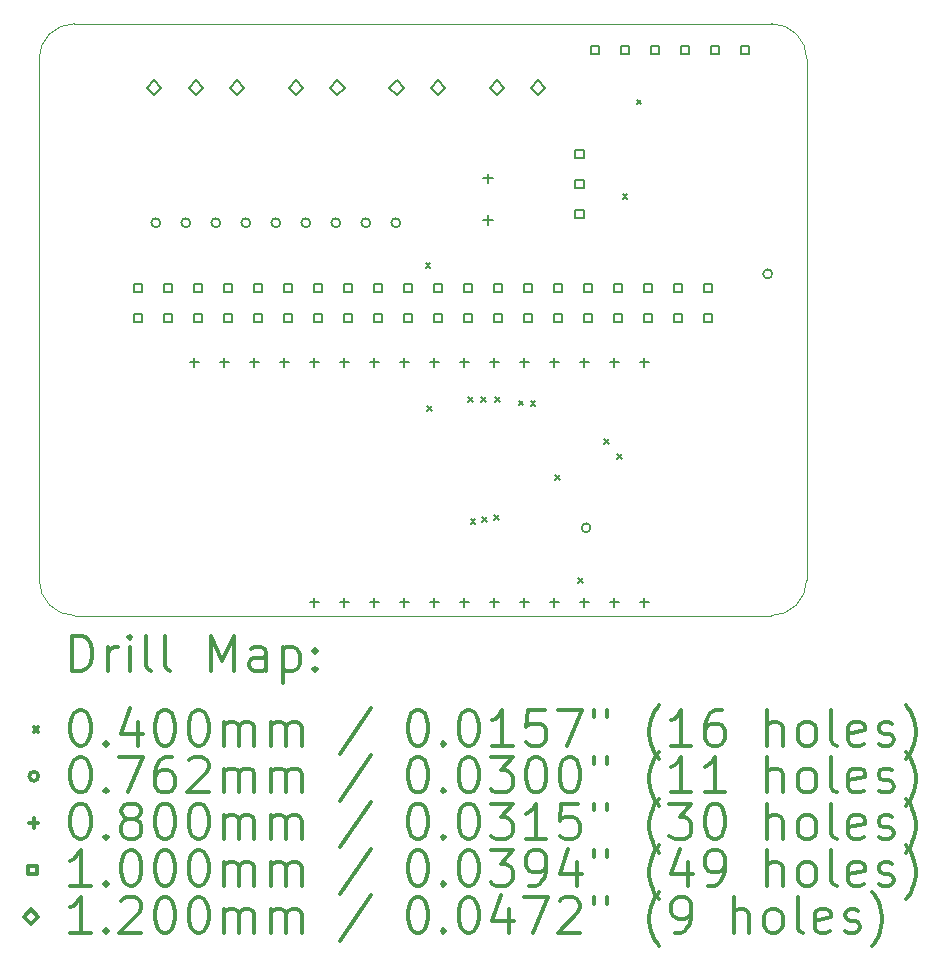
<source format=gbr>
%FSLAX45Y45*%
G04 Gerber Fmt 4.5, Leading zero omitted, Abs format (unit mm)*
G04 Created by KiCad (PCBNEW (5.1.10-1-10_14)) date 2021-07-05 16:27:49*
%MOMM*%
%LPD*%
G01*
G04 APERTURE LIST*
%TA.AperFunction,Profile*%
%ADD10C,0.101600*%
%TD*%
%ADD11C,0.200000*%
%ADD12C,0.300000*%
G04 APERTURE END LIST*
D10*
X12053200Y-12104300D02*
X17950700Y-12104300D01*
X18250700Y-11804300D02*
G75*
G02*
X17950700Y-12104300I-300000J0D01*
G01*
X12053200Y-12104300D02*
G75*
G02*
X11753200Y-11804300I0J300000D01*
G01*
X11753200Y-11804300D02*
X11750700Y-7394300D01*
X18253200Y-7394300D02*
X18250700Y-11804300D01*
X17953200Y-7094300D02*
G75*
G02*
X18253200Y-7394300I0J-300000D01*
G01*
X11750700Y-7394300D02*
G75*
G02*
X12050700Y-7094300I300000J0D01*
G01*
X17953200Y-7094300D02*
X12050700Y-7094300D01*
D11*
X15025700Y-9119300D02*
X15065700Y-9159300D01*
X15065700Y-9119300D02*
X15025700Y-9159300D01*
X15035700Y-10331800D02*
X15075700Y-10371800D01*
X15075700Y-10331800D02*
X15035700Y-10371800D01*
X15385700Y-10256800D02*
X15425700Y-10296800D01*
X15425700Y-10256800D02*
X15385700Y-10296800D01*
X15406151Y-11286801D02*
X15446151Y-11326801D01*
X15446151Y-11286801D02*
X15406151Y-11326801D01*
X15493200Y-10256800D02*
X15533200Y-10296800D01*
X15533200Y-10256800D02*
X15493200Y-10296800D01*
X15506151Y-11269322D02*
X15546151Y-11309322D01*
X15546151Y-11269322D02*
X15506151Y-11309322D01*
X15605133Y-11255084D02*
X15645133Y-11295084D01*
X15645133Y-11255084D02*
X15605133Y-11295084D01*
X15610698Y-10257604D02*
X15650698Y-10297604D01*
X15650698Y-10257604D02*
X15610698Y-10297604D01*
X15813236Y-10284058D02*
X15853236Y-10324058D01*
X15853236Y-10284058D02*
X15813236Y-10324058D01*
X15913200Y-10286800D02*
X15953200Y-10326800D01*
X15953200Y-10286800D02*
X15913200Y-10326800D01*
X16118200Y-10914300D02*
X16158200Y-10954300D01*
X16158200Y-10914300D02*
X16118200Y-10954300D01*
X16315700Y-11786800D02*
X16355700Y-11826800D01*
X16355700Y-11786800D02*
X16315700Y-11826800D01*
X16538200Y-10609300D02*
X16578200Y-10649300D01*
X16578200Y-10609300D02*
X16538200Y-10649300D01*
X16643200Y-10739300D02*
X16683200Y-10779300D01*
X16683200Y-10739300D02*
X16643200Y-10779300D01*
X16692200Y-8537800D02*
X16732200Y-8577800D01*
X16732200Y-8537800D02*
X16692200Y-8577800D01*
X16810700Y-7736800D02*
X16850700Y-7776800D01*
X16850700Y-7736800D02*
X16810700Y-7776800D01*
X12777800Y-8779300D02*
G75*
G03*
X12777800Y-8779300I-38100J0D01*
G01*
X13031800Y-8779300D02*
G75*
G03*
X13031800Y-8779300I-38100J0D01*
G01*
X13285800Y-8779300D02*
G75*
G03*
X13285800Y-8779300I-38100J0D01*
G01*
X13539800Y-8779300D02*
G75*
G03*
X13539800Y-8779300I-38100J0D01*
G01*
X13793800Y-8779300D02*
G75*
G03*
X13793800Y-8779300I-38100J0D01*
G01*
X14047800Y-8779300D02*
G75*
G03*
X14047800Y-8779300I-38100J0D01*
G01*
X14301800Y-8779300D02*
G75*
G03*
X14301800Y-8779300I-38100J0D01*
G01*
X14555800Y-8779300D02*
G75*
G03*
X14555800Y-8779300I-38100J0D01*
G01*
X14809800Y-8779300D02*
G75*
G03*
X14809800Y-8779300I-38100J0D01*
G01*
X16421300Y-11361800D02*
G75*
G03*
X16421300Y-11361800I-38100J0D01*
G01*
X17958800Y-9211800D02*
G75*
G03*
X17958800Y-9211800I-38100J0D01*
G01*
X13065700Y-9920100D02*
X13065700Y-10000100D01*
X13025700Y-9960100D02*
X13105700Y-9960100D01*
X13319700Y-9920100D02*
X13319700Y-10000100D01*
X13279700Y-9960100D02*
X13359700Y-9960100D01*
X13573700Y-9920100D02*
X13573700Y-10000100D01*
X13533700Y-9960100D02*
X13613700Y-9960100D01*
X13827700Y-9920100D02*
X13827700Y-10000100D01*
X13787700Y-9960100D02*
X13867700Y-9960100D01*
X14081700Y-9920100D02*
X14081700Y-10000100D01*
X14041700Y-9960100D02*
X14121700Y-9960100D01*
X14081700Y-11952100D02*
X14081700Y-12032100D01*
X14041700Y-11992100D02*
X14121700Y-11992100D01*
X14335700Y-9920100D02*
X14335700Y-10000100D01*
X14295700Y-9960100D02*
X14375700Y-9960100D01*
X14335700Y-11952100D02*
X14335700Y-12032100D01*
X14295700Y-11992100D02*
X14375700Y-11992100D01*
X14589700Y-9920100D02*
X14589700Y-10000100D01*
X14549700Y-9960100D02*
X14629700Y-9960100D01*
X14589700Y-11952100D02*
X14589700Y-12032100D01*
X14549700Y-11992100D02*
X14629700Y-11992100D01*
X14843700Y-9920100D02*
X14843700Y-10000100D01*
X14803700Y-9960100D02*
X14883700Y-9960100D01*
X14843700Y-11952100D02*
X14843700Y-12032100D01*
X14803700Y-11992100D02*
X14883700Y-11992100D01*
X15097700Y-9920100D02*
X15097700Y-10000100D01*
X15057700Y-9960100D02*
X15137700Y-9960100D01*
X15097700Y-11952100D02*
X15097700Y-12032100D01*
X15057700Y-11992100D02*
X15137700Y-11992100D01*
X15351700Y-9920100D02*
X15351700Y-10000100D01*
X15311700Y-9960100D02*
X15391700Y-9960100D01*
X15351700Y-11952100D02*
X15351700Y-12032100D01*
X15311700Y-11992100D02*
X15391700Y-11992100D01*
X15553200Y-8364300D02*
X15553200Y-8444300D01*
X15513200Y-8404300D02*
X15593200Y-8404300D01*
X15553200Y-8714300D02*
X15553200Y-8794300D01*
X15513200Y-8754300D02*
X15593200Y-8754300D01*
X15605700Y-9920100D02*
X15605700Y-10000100D01*
X15565700Y-9960100D02*
X15645700Y-9960100D01*
X15605700Y-11952100D02*
X15605700Y-12032100D01*
X15565700Y-11992100D02*
X15645700Y-11992100D01*
X15859700Y-9920100D02*
X15859700Y-10000100D01*
X15819700Y-9960100D02*
X15899700Y-9960100D01*
X15859700Y-11952100D02*
X15859700Y-12032100D01*
X15819700Y-11992100D02*
X15899700Y-11992100D01*
X16113700Y-9920100D02*
X16113700Y-10000100D01*
X16073700Y-9960100D02*
X16153700Y-9960100D01*
X16113700Y-11952100D02*
X16113700Y-12032100D01*
X16073700Y-11992100D02*
X16153700Y-11992100D01*
X16367700Y-9920100D02*
X16367700Y-10000100D01*
X16327700Y-9960100D02*
X16407700Y-9960100D01*
X16367700Y-11952100D02*
X16367700Y-12032100D01*
X16327700Y-11992100D02*
X16407700Y-11992100D01*
X16621700Y-9920100D02*
X16621700Y-10000100D01*
X16581700Y-9960100D02*
X16661700Y-9960100D01*
X16621700Y-11952100D02*
X16621700Y-12032100D01*
X16581700Y-11992100D02*
X16661700Y-11992100D01*
X16875700Y-9920100D02*
X16875700Y-10000100D01*
X16835700Y-9960100D02*
X16915700Y-9960100D01*
X16875700Y-11952100D02*
X16875700Y-12032100D01*
X16835700Y-11992100D02*
X16915700Y-11992100D01*
X12625556Y-9365156D02*
X12625556Y-9294444D01*
X12554844Y-9294444D01*
X12554844Y-9365156D01*
X12625556Y-9365156D01*
X12625556Y-9619156D02*
X12625556Y-9548444D01*
X12554844Y-9548444D01*
X12554844Y-9619156D01*
X12625556Y-9619156D01*
X12879556Y-9365156D02*
X12879556Y-9294444D01*
X12808844Y-9294444D01*
X12808844Y-9365156D01*
X12879556Y-9365156D01*
X12879556Y-9619156D02*
X12879556Y-9548444D01*
X12808844Y-9548444D01*
X12808844Y-9619156D01*
X12879556Y-9619156D01*
X13133556Y-9365156D02*
X13133556Y-9294444D01*
X13062844Y-9294444D01*
X13062844Y-9365156D01*
X13133556Y-9365156D01*
X13133556Y-9619156D02*
X13133556Y-9548444D01*
X13062844Y-9548444D01*
X13062844Y-9619156D01*
X13133556Y-9619156D01*
X13387556Y-9365156D02*
X13387556Y-9294444D01*
X13316844Y-9294444D01*
X13316844Y-9365156D01*
X13387556Y-9365156D01*
X13387556Y-9619156D02*
X13387556Y-9548444D01*
X13316844Y-9548444D01*
X13316844Y-9619156D01*
X13387556Y-9619156D01*
X13641556Y-9365156D02*
X13641556Y-9294444D01*
X13570844Y-9294444D01*
X13570844Y-9365156D01*
X13641556Y-9365156D01*
X13641556Y-9619156D02*
X13641556Y-9548444D01*
X13570844Y-9548444D01*
X13570844Y-9619156D01*
X13641556Y-9619156D01*
X13895556Y-9365156D02*
X13895556Y-9294444D01*
X13824844Y-9294444D01*
X13824844Y-9365156D01*
X13895556Y-9365156D01*
X13895556Y-9619156D02*
X13895556Y-9548444D01*
X13824844Y-9548444D01*
X13824844Y-9619156D01*
X13895556Y-9619156D01*
X14149556Y-9365156D02*
X14149556Y-9294444D01*
X14078844Y-9294444D01*
X14078844Y-9365156D01*
X14149556Y-9365156D01*
X14149556Y-9619156D02*
X14149556Y-9548444D01*
X14078844Y-9548444D01*
X14078844Y-9619156D01*
X14149556Y-9619156D01*
X14403556Y-9365156D02*
X14403556Y-9294444D01*
X14332844Y-9294444D01*
X14332844Y-9365156D01*
X14403556Y-9365156D01*
X14403556Y-9619156D02*
X14403556Y-9548444D01*
X14332844Y-9548444D01*
X14332844Y-9619156D01*
X14403556Y-9619156D01*
X14657556Y-9365156D02*
X14657556Y-9294444D01*
X14586844Y-9294444D01*
X14586844Y-9365156D01*
X14657556Y-9365156D01*
X14657556Y-9619156D02*
X14657556Y-9548444D01*
X14586844Y-9548444D01*
X14586844Y-9619156D01*
X14657556Y-9619156D01*
X14911556Y-9365156D02*
X14911556Y-9294444D01*
X14840844Y-9294444D01*
X14840844Y-9365156D01*
X14911556Y-9365156D01*
X14911556Y-9619156D02*
X14911556Y-9548444D01*
X14840844Y-9548444D01*
X14840844Y-9619156D01*
X14911556Y-9619156D01*
X15165556Y-9365156D02*
X15165556Y-9294444D01*
X15094844Y-9294444D01*
X15094844Y-9365156D01*
X15165556Y-9365156D01*
X15165556Y-9619156D02*
X15165556Y-9548444D01*
X15094844Y-9548444D01*
X15094844Y-9619156D01*
X15165556Y-9619156D01*
X15419556Y-9365156D02*
X15419556Y-9294444D01*
X15348844Y-9294444D01*
X15348844Y-9365156D01*
X15419556Y-9365156D01*
X15419556Y-9619156D02*
X15419556Y-9548444D01*
X15348844Y-9548444D01*
X15348844Y-9619156D01*
X15419556Y-9619156D01*
X15673556Y-9365156D02*
X15673556Y-9294444D01*
X15602844Y-9294444D01*
X15602844Y-9365156D01*
X15673556Y-9365156D01*
X15673556Y-9619156D02*
X15673556Y-9548444D01*
X15602844Y-9548444D01*
X15602844Y-9619156D01*
X15673556Y-9619156D01*
X15927556Y-9365156D02*
X15927556Y-9294444D01*
X15856844Y-9294444D01*
X15856844Y-9365156D01*
X15927556Y-9365156D01*
X15927556Y-9619156D02*
X15927556Y-9548444D01*
X15856844Y-9548444D01*
X15856844Y-9619156D01*
X15927556Y-9619156D01*
X16181556Y-9365156D02*
X16181556Y-9294444D01*
X16110844Y-9294444D01*
X16110844Y-9365156D01*
X16181556Y-9365156D01*
X16181556Y-9619156D02*
X16181556Y-9548444D01*
X16110844Y-9548444D01*
X16110844Y-9619156D01*
X16181556Y-9619156D01*
X16363556Y-8229656D02*
X16363556Y-8158944D01*
X16292844Y-8158944D01*
X16292844Y-8229656D01*
X16363556Y-8229656D01*
X16363556Y-8483656D02*
X16363556Y-8412944D01*
X16292844Y-8412944D01*
X16292844Y-8483656D01*
X16363556Y-8483656D01*
X16363556Y-8737656D02*
X16363556Y-8666944D01*
X16292844Y-8666944D01*
X16292844Y-8737656D01*
X16363556Y-8737656D01*
X16435556Y-9365156D02*
X16435556Y-9294444D01*
X16364844Y-9294444D01*
X16364844Y-9365156D01*
X16435556Y-9365156D01*
X16435556Y-9619156D02*
X16435556Y-9548444D01*
X16364844Y-9548444D01*
X16364844Y-9619156D01*
X16435556Y-9619156D01*
X16493556Y-7349656D02*
X16493556Y-7278944D01*
X16422844Y-7278944D01*
X16422844Y-7349656D01*
X16493556Y-7349656D01*
X16689556Y-9365156D02*
X16689556Y-9294444D01*
X16618844Y-9294444D01*
X16618844Y-9365156D01*
X16689556Y-9365156D01*
X16689556Y-9619156D02*
X16689556Y-9548444D01*
X16618844Y-9548444D01*
X16618844Y-9619156D01*
X16689556Y-9619156D01*
X16747556Y-7349656D02*
X16747556Y-7278944D01*
X16676844Y-7278944D01*
X16676844Y-7349656D01*
X16747556Y-7349656D01*
X16943556Y-9365156D02*
X16943556Y-9294444D01*
X16872844Y-9294444D01*
X16872844Y-9365156D01*
X16943556Y-9365156D01*
X16943556Y-9619156D02*
X16943556Y-9548444D01*
X16872844Y-9548444D01*
X16872844Y-9619156D01*
X16943556Y-9619156D01*
X17001556Y-7349656D02*
X17001556Y-7278944D01*
X16930844Y-7278944D01*
X16930844Y-7349656D01*
X17001556Y-7349656D01*
X17197556Y-9365156D02*
X17197556Y-9294444D01*
X17126844Y-9294444D01*
X17126844Y-9365156D01*
X17197556Y-9365156D01*
X17197556Y-9619156D02*
X17197556Y-9548444D01*
X17126844Y-9548444D01*
X17126844Y-9619156D01*
X17197556Y-9619156D01*
X17255556Y-7349656D02*
X17255556Y-7278944D01*
X17184844Y-7278944D01*
X17184844Y-7349656D01*
X17255556Y-7349656D01*
X17451556Y-9365156D02*
X17451556Y-9294444D01*
X17380844Y-9294444D01*
X17380844Y-9365156D01*
X17451556Y-9365156D01*
X17451556Y-9619156D02*
X17451556Y-9548444D01*
X17380844Y-9548444D01*
X17380844Y-9619156D01*
X17451556Y-9619156D01*
X17509556Y-7349656D02*
X17509556Y-7278944D01*
X17438844Y-7278944D01*
X17438844Y-7349656D01*
X17509556Y-7349656D01*
X17763556Y-7349656D02*
X17763556Y-7278944D01*
X17692844Y-7278944D01*
X17692844Y-7349656D01*
X17763556Y-7349656D01*
X12728200Y-7694300D02*
X12788200Y-7634300D01*
X12728200Y-7574300D01*
X12668200Y-7634300D01*
X12728200Y-7694300D01*
X13078200Y-7694300D02*
X13138200Y-7634300D01*
X13078200Y-7574300D01*
X13018200Y-7634300D01*
X13078200Y-7694300D01*
X13428200Y-7694300D02*
X13488200Y-7634300D01*
X13428200Y-7574300D01*
X13368200Y-7634300D01*
X13428200Y-7694300D01*
X13928200Y-7694300D02*
X13988200Y-7634300D01*
X13928200Y-7574300D01*
X13868200Y-7634300D01*
X13928200Y-7694300D01*
X14278200Y-7694300D02*
X14338200Y-7634300D01*
X14278200Y-7574300D01*
X14218200Y-7634300D01*
X14278200Y-7694300D01*
X14778200Y-7694300D02*
X14838200Y-7634300D01*
X14778200Y-7574300D01*
X14718200Y-7634300D01*
X14778200Y-7694300D01*
X15128200Y-7694300D02*
X15188200Y-7634300D01*
X15128200Y-7574300D01*
X15068200Y-7634300D01*
X15128200Y-7694300D01*
X15628200Y-7694300D02*
X15688200Y-7634300D01*
X15628200Y-7574300D01*
X15568200Y-7634300D01*
X15628200Y-7694300D01*
X15978200Y-7694300D02*
X16038200Y-7634300D01*
X15978200Y-7574300D01*
X15918200Y-7634300D01*
X15978200Y-7694300D01*
D12*
X12032048Y-12575094D02*
X12032048Y-12275094D01*
X12103477Y-12275094D01*
X12146334Y-12289380D01*
X12174906Y-12317951D01*
X12189191Y-12346523D01*
X12203477Y-12403666D01*
X12203477Y-12446523D01*
X12189191Y-12503666D01*
X12174906Y-12532237D01*
X12146334Y-12560809D01*
X12103477Y-12575094D01*
X12032048Y-12575094D01*
X12332048Y-12575094D02*
X12332048Y-12375094D01*
X12332048Y-12432237D02*
X12346334Y-12403666D01*
X12360620Y-12389380D01*
X12389191Y-12375094D01*
X12417763Y-12375094D01*
X12517763Y-12575094D02*
X12517763Y-12375094D01*
X12517763Y-12275094D02*
X12503477Y-12289380D01*
X12517763Y-12303666D01*
X12532048Y-12289380D01*
X12517763Y-12275094D01*
X12517763Y-12303666D01*
X12703477Y-12575094D02*
X12674906Y-12560809D01*
X12660620Y-12532237D01*
X12660620Y-12275094D01*
X12860620Y-12575094D02*
X12832048Y-12560809D01*
X12817763Y-12532237D01*
X12817763Y-12275094D01*
X13203477Y-12575094D02*
X13203477Y-12275094D01*
X13303477Y-12489380D01*
X13403477Y-12275094D01*
X13403477Y-12575094D01*
X13674906Y-12575094D02*
X13674906Y-12417951D01*
X13660620Y-12389380D01*
X13632048Y-12375094D01*
X13574906Y-12375094D01*
X13546334Y-12389380D01*
X13674906Y-12560809D02*
X13646334Y-12575094D01*
X13574906Y-12575094D01*
X13546334Y-12560809D01*
X13532048Y-12532237D01*
X13532048Y-12503666D01*
X13546334Y-12475094D01*
X13574906Y-12460809D01*
X13646334Y-12460809D01*
X13674906Y-12446523D01*
X13817763Y-12375094D02*
X13817763Y-12675094D01*
X13817763Y-12389380D02*
X13846334Y-12375094D01*
X13903477Y-12375094D01*
X13932048Y-12389380D01*
X13946334Y-12403666D01*
X13960620Y-12432237D01*
X13960620Y-12517951D01*
X13946334Y-12546523D01*
X13932048Y-12560809D01*
X13903477Y-12575094D01*
X13846334Y-12575094D01*
X13817763Y-12560809D01*
X14089191Y-12546523D02*
X14103477Y-12560809D01*
X14089191Y-12575094D01*
X14074906Y-12560809D01*
X14089191Y-12546523D01*
X14089191Y-12575094D01*
X14089191Y-12389380D02*
X14103477Y-12403666D01*
X14089191Y-12417951D01*
X14074906Y-12403666D01*
X14089191Y-12389380D01*
X14089191Y-12417951D01*
X11705620Y-13049380D02*
X11745620Y-13089380D01*
X11745620Y-13049380D02*
X11705620Y-13089380D01*
X12089191Y-12905094D02*
X12117763Y-12905094D01*
X12146334Y-12919380D01*
X12160620Y-12933666D01*
X12174906Y-12962237D01*
X12189191Y-13019380D01*
X12189191Y-13090809D01*
X12174906Y-13147951D01*
X12160620Y-13176523D01*
X12146334Y-13190809D01*
X12117763Y-13205094D01*
X12089191Y-13205094D01*
X12060620Y-13190809D01*
X12046334Y-13176523D01*
X12032048Y-13147951D01*
X12017763Y-13090809D01*
X12017763Y-13019380D01*
X12032048Y-12962237D01*
X12046334Y-12933666D01*
X12060620Y-12919380D01*
X12089191Y-12905094D01*
X12317763Y-13176523D02*
X12332048Y-13190809D01*
X12317763Y-13205094D01*
X12303477Y-13190809D01*
X12317763Y-13176523D01*
X12317763Y-13205094D01*
X12589191Y-13005094D02*
X12589191Y-13205094D01*
X12517763Y-12890809D02*
X12446334Y-13105094D01*
X12632048Y-13105094D01*
X12803477Y-12905094D02*
X12832048Y-12905094D01*
X12860620Y-12919380D01*
X12874906Y-12933666D01*
X12889191Y-12962237D01*
X12903477Y-13019380D01*
X12903477Y-13090809D01*
X12889191Y-13147951D01*
X12874906Y-13176523D01*
X12860620Y-13190809D01*
X12832048Y-13205094D01*
X12803477Y-13205094D01*
X12774906Y-13190809D01*
X12760620Y-13176523D01*
X12746334Y-13147951D01*
X12732048Y-13090809D01*
X12732048Y-13019380D01*
X12746334Y-12962237D01*
X12760620Y-12933666D01*
X12774906Y-12919380D01*
X12803477Y-12905094D01*
X13089191Y-12905094D02*
X13117763Y-12905094D01*
X13146334Y-12919380D01*
X13160620Y-12933666D01*
X13174906Y-12962237D01*
X13189191Y-13019380D01*
X13189191Y-13090809D01*
X13174906Y-13147951D01*
X13160620Y-13176523D01*
X13146334Y-13190809D01*
X13117763Y-13205094D01*
X13089191Y-13205094D01*
X13060620Y-13190809D01*
X13046334Y-13176523D01*
X13032048Y-13147951D01*
X13017763Y-13090809D01*
X13017763Y-13019380D01*
X13032048Y-12962237D01*
X13046334Y-12933666D01*
X13060620Y-12919380D01*
X13089191Y-12905094D01*
X13317763Y-13205094D02*
X13317763Y-13005094D01*
X13317763Y-13033666D02*
X13332048Y-13019380D01*
X13360620Y-13005094D01*
X13403477Y-13005094D01*
X13432048Y-13019380D01*
X13446334Y-13047951D01*
X13446334Y-13205094D01*
X13446334Y-13047951D02*
X13460620Y-13019380D01*
X13489191Y-13005094D01*
X13532048Y-13005094D01*
X13560620Y-13019380D01*
X13574906Y-13047951D01*
X13574906Y-13205094D01*
X13717763Y-13205094D02*
X13717763Y-13005094D01*
X13717763Y-13033666D02*
X13732048Y-13019380D01*
X13760620Y-13005094D01*
X13803477Y-13005094D01*
X13832048Y-13019380D01*
X13846334Y-13047951D01*
X13846334Y-13205094D01*
X13846334Y-13047951D02*
X13860620Y-13019380D01*
X13889191Y-13005094D01*
X13932048Y-13005094D01*
X13960620Y-13019380D01*
X13974906Y-13047951D01*
X13974906Y-13205094D01*
X14560620Y-12890809D02*
X14303477Y-13276523D01*
X14946334Y-12905094D02*
X14974906Y-12905094D01*
X15003477Y-12919380D01*
X15017763Y-12933666D01*
X15032048Y-12962237D01*
X15046334Y-13019380D01*
X15046334Y-13090809D01*
X15032048Y-13147951D01*
X15017763Y-13176523D01*
X15003477Y-13190809D01*
X14974906Y-13205094D01*
X14946334Y-13205094D01*
X14917763Y-13190809D01*
X14903477Y-13176523D01*
X14889191Y-13147951D01*
X14874906Y-13090809D01*
X14874906Y-13019380D01*
X14889191Y-12962237D01*
X14903477Y-12933666D01*
X14917763Y-12919380D01*
X14946334Y-12905094D01*
X15174906Y-13176523D02*
X15189191Y-13190809D01*
X15174906Y-13205094D01*
X15160620Y-13190809D01*
X15174906Y-13176523D01*
X15174906Y-13205094D01*
X15374906Y-12905094D02*
X15403477Y-12905094D01*
X15432048Y-12919380D01*
X15446334Y-12933666D01*
X15460620Y-12962237D01*
X15474906Y-13019380D01*
X15474906Y-13090809D01*
X15460620Y-13147951D01*
X15446334Y-13176523D01*
X15432048Y-13190809D01*
X15403477Y-13205094D01*
X15374906Y-13205094D01*
X15346334Y-13190809D01*
X15332048Y-13176523D01*
X15317763Y-13147951D01*
X15303477Y-13090809D01*
X15303477Y-13019380D01*
X15317763Y-12962237D01*
X15332048Y-12933666D01*
X15346334Y-12919380D01*
X15374906Y-12905094D01*
X15760620Y-13205094D02*
X15589191Y-13205094D01*
X15674906Y-13205094D02*
X15674906Y-12905094D01*
X15646334Y-12947951D01*
X15617763Y-12976523D01*
X15589191Y-12990809D01*
X16032048Y-12905094D02*
X15889191Y-12905094D01*
X15874906Y-13047951D01*
X15889191Y-13033666D01*
X15917763Y-13019380D01*
X15989191Y-13019380D01*
X16017763Y-13033666D01*
X16032048Y-13047951D01*
X16046334Y-13076523D01*
X16046334Y-13147951D01*
X16032048Y-13176523D01*
X16017763Y-13190809D01*
X15989191Y-13205094D01*
X15917763Y-13205094D01*
X15889191Y-13190809D01*
X15874906Y-13176523D01*
X16146334Y-12905094D02*
X16346334Y-12905094D01*
X16217763Y-13205094D01*
X16446334Y-12905094D02*
X16446334Y-12962237D01*
X16560620Y-12905094D02*
X16560620Y-12962237D01*
X17003477Y-13319380D02*
X16989191Y-13305094D01*
X16960620Y-13262237D01*
X16946334Y-13233666D01*
X16932048Y-13190809D01*
X16917763Y-13119380D01*
X16917763Y-13062237D01*
X16932048Y-12990809D01*
X16946334Y-12947951D01*
X16960620Y-12919380D01*
X16989191Y-12876523D01*
X17003477Y-12862237D01*
X17274906Y-13205094D02*
X17103477Y-13205094D01*
X17189191Y-13205094D02*
X17189191Y-12905094D01*
X17160620Y-12947951D01*
X17132048Y-12976523D01*
X17103477Y-12990809D01*
X17532048Y-12905094D02*
X17474906Y-12905094D01*
X17446334Y-12919380D01*
X17432048Y-12933666D01*
X17403477Y-12976523D01*
X17389191Y-13033666D01*
X17389191Y-13147951D01*
X17403477Y-13176523D01*
X17417763Y-13190809D01*
X17446334Y-13205094D01*
X17503477Y-13205094D01*
X17532048Y-13190809D01*
X17546334Y-13176523D01*
X17560620Y-13147951D01*
X17560620Y-13076523D01*
X17546334Y-13047951D01*
X17532048Y-13033666D01*
X17503477Y-13019380D01*
X17446334Y-13019380D01*
X17417763Y-13033666D01*
X17403477Y-13047951D01*
X17389191Y-13076523D01*
X17917763Y-13205094D02*
X17917763Y-12905094D01*
X18046334Y-13205094D02*
X18046334Y-13047951D01*
X18032048Y-13019380D01*
X18003477Y-13005094D01*
X17960620Y-13005094D01*
X17932048Y-13019380D01*
X17917763Y-13033666D01*
X18232048Y-13205094D02*
X18203477Y-13190809D01*
X18189191Y-13176523D01*
X18174906Y-13147951D01*
X18174906Y-13062237D01*
X18189191Y-13033666D01*
X18203477Y-13019380D01*
X18232048Y-13005094D01*
X18274906Y-13005094D01*
X18303477Y-13019380D01*
X18317763Y-13033666D01*
X18332048Y-13062237D01*
X18332048Y-13147951D01*
X18317763Y-13176523D01*
X18303477Y-13190809D01*
X18274906Y-13205094D01*
X18232048Y-13205094D01*
X18503477Y-13205094D02*
X18474906Y-13190809D01*
X18460620Y-13162237D01*
X18460620Y-12905094D01*
X18732048Y-13190809D02*
X18703477Y-13205094D01*
X18646334Y-13205094D01*
X18617763Y-13190809D01*
X18603477Y-13162237D01*
X18603477Y-13047951D01*
X18617763Y-13019380D01*
X18646334Y-13005094D01*
X18703477Y-13005094D01*
X18732048Y-13019380D01*
X18746334Y-13047951D01*
X18746334Y-13076523D01*
X18603477Y-13105094D01*
X18860620Y-13190809D02*
X18889191Y-13205094D01*
X18946334Y-13205094D01*
X18974906Y-13190809D01*
X18989191Y-13162237D01*
X18989191Y-13147951D01*
X18974906Y-13119380D01*
X18946334Y-13105094D01*
X18903477Y-13105094D01*
X18874906Y-13090809D01*
X18860620Y-13062237D01*
X18860620Y-13047951D01*
X18874906Y-13019380D01*
X18903477Y-13005094D01*
X18946334Y-13005094D01*
X18974906Y-13019380D01*
X19089191Y-13319380D02*
X19103477Y-13305094D01*
X19132048Y-13262237D01*
X19146334Y-13233666D01*
X19160620Y-13190809D01*
X19174906Y-13119380D01*
X19174906Y-13062237D01*
X19160620Y-12990809D01*
X19146334Y-12947951D01*
X19132048Y-12919380D01*
X19103477Y-12876523D01*
X19089191Y-12862237D01*
X11745620Y-13465380D02*
G75*
G03*
X11745620Y-13465380I-38100J0D01*
G01*
X12089191Y-13301094D02*
X12117763Y-13301094D01*
X12146334Y-13315380D01*
X12160620Y-13329666D01*
X12174906Y-13358237D01*
X12189191Y-13415380D01*
X12189191Y-13486809D01*
X12174906Y-13543951D01*
X12160620Y-13572523D01*
X12146334Y-13586809D01*
X12117763Y-13601094D01*
X12089191Y-13601094D01*
X12060620Y-13586809D01*
X12046334Y-13572523D01*
X12032048Y-13543951D01*
X12017763Y-13486809D01*
X12017763Y-13415380D01*
X12032048Y-13358237D01*
X12046334Y-13329666D01*
X12060620Y-13315380D01*
X12089191Y-13301094D01*
X12317763Y-13572523D02*
X12332048Y-13586809D01*
X12317763Y-13601094D01*
X12303477Y-13586809D01*
X12317763Y-13572523D01*
X12317763Y-13601094D01*
X12432048Y-13301094D02*
X12632048Y-13301094D01*
X12503477Y-13601094D01*
X12874906Y-13301094D02*
X12817763Y-13301094D01*
X12789191Y-13315380D01*
X12774906Y-13329666D01*
X12746334Y-13372523D01*
X12732048Y-13429666D01*
X12732048Y-13543951D01*
X12746334Y-13572523D01*
X12760620Y-13586809D01*
X12789191Y-13601094D01*
X12846334Y-13601094D01*
X12874906Y-13586809D01*
X12889191Y-13572523D01*
X12903477Y-13543951D01*
X12903477Y-13472523D01*
X12889191Y-13443951D01*
X12874906Y-13429666D01*
X12846334Y-13415380D01*
X12789191Y-13415380D01*
X12760620Y-13429666D01*
X12746334Y-13443951D01*
X12732048Y-13472523D01*
X13017763Y-13329666D02*
X13032048Y-13315380D01*
X13060620Y-13301094D01*
X13132048Y-13301094D01*
X13160620Y-13315380D01*
X13174906Y-13329666D01*
X13189191Y-13358237D01*
X13189191Y-13386809D01*
X13174906Y-13429666D01*
X13003477Y-13601094D01*
X13189191Y-13601094D01*
X13317763Y-13601094D02*
X13317763Y-13401094D01*
X13317763Y-13429666D02*
X13332048Y-13415380D01*
X13360620Y-13401094D01*
X13403477Y-13401094D01*
X13432048Y-13415380D01*
X13446334Y-13443951D01*
X13446334Y-13601094D01*
X13446334Y-13443951D02*
X13460620Y-13415380D01*
X13489191Y-13401094D01*
X13532048Y-13401094D01*
X13560620Y-13415380D01*
X13574906Y-13443951D01*
X13574906Y-13601094D01*
X13717763Y-13601094D02*
X13717763Y-13401094D01*
X13717763Y-13429666D02*
X13732048Y-13415380D01*
X13760620Y-13401094D01*
X13803477Y-13401094D01*
X13832048Y-13415380D01*
X13846334Y-13443951D01*
X13846334Y-13601094D01*
X13846334Y-13443951D02*
X13860620Y-13415380D01*
X13889191Y-13401094D01*
X13932048Y-13401094D01*
X13960620Y-13415380D01*
X13974906Y-13443951D01*
X13974906Y-13601094D01*
X14560620Y-13286809D02*
X14303477Y-13672523D01*
X14946334Y-13301094D02*
X14974906Y-13301094D01*
X15003477Y-13315380D01*
X15017763Y-13329666D01*
X15032048Y-13358237D01*
X15046334Y-13415380D01*
X15046334Y-13486809D01*
X15032048Y-13543951D01*
X15017763Y-13572523D01*
X15003477Y-13586809D01*
X14974906Y-13601094D01*
X14946334Y-13601094D01*
X14917763Y-13586809D01*
X14903477Y-13572523D01*
X14889191Y-13543951D01*
X14874906Y-13486809D01*
X14874906Y-13415380D01*
X14889191Y-13358237D01*
X14903477Y-13329666D01*
X14917763Y-13315380D01*
X14946334Y-13301094D01*
X15174906Y-13572523D02*
X15189191Y-13586809D01*
X15174906Y-13601094D01*
X15160620Y-13586809D01*
X15174906Y-13572523D01*
X15174906Y-13601094D01*
X15374906Y-13301094D02*
X15403477Y-13301094D01*
X15432048Y-13315380D01*
X15446334Y-13329666D01*
X15460620Y-13358237D01*
X15474906Y-13415380D01*
X15474906Y-13486809D01*
X15460620Y-13543951D01*
X15446334Y-13572523D01*
X15432048Y-13586809D01*
X15403477Y-13601094D01*
X15374906Y-13601094D01*
X15346334Y-13586809D01*
X15332048Y-13572523D01*
X15317763Y-13543951D01*
X15303477Y-13486809D01*
X15303477Y-13415380D01*
X15317763Y-13358237D01*
X15332048Y-13329666D01*
X15346334Y-13315380D01*
X15374906Y-13301094D01*
X15574906Y-13301094D02*
X15760620Y-13301094D01*
X15660620Y-13415380D01*
X15703477Y-13415380D01*
X15732048Y-13429666D01*
X15746334Y-13443951D01*
X15760620Y-13472523D01*
X15760620Y-13543951D01*
X15746334Y-13572523D01*
X15732048Y-13586809D01*
X15703477Y-13601094D01*
X15617763Y-13601094D01*
X15589191Y-13586809D01*
X15574906Y-13572523D01*
X15946334Y-13301094D02*
X15974906Y-13301094D01*
X16003477Y-13315380D01*
X16017763Y-13329666D01*
X16032048Y-13358237D01*
X16046334Y-13415380D01*
X16046334Y-13486809D01*
X16032048Y-13543951D01*
X16017763Y-13572523D01*
X16003477Y-13586809D01*
X15974906Y-13601094D01*
X15946334Y-13601094D01*
X15917763Y-13586809D01*
X15903477Y-13572523D01*
X15889191Y-13543951D01*
X15874906Y-13486809D01*
X15874906Y-13415380D01*
X15889191Y-13358237D01*
X15903477Y-13329666D01*
X15917763Y-13315380D01*
X15946334Y-13301094D01*
X16232048Y-13301094D02*
X16260620Y-13301094D01*
X16289191Y-13315380D01*
X16303477Y-13329666D01*
X16317763Y-13358237D01*
X16332048Y-13415380D01*
X16332048Y-13486809D01*
X16317763Y-13543951D01*
X16303477Y-13572523D01*
X16289191Y-13586809D01*
X16260620Y-13601094D01*
X16232048Y-13601094D01*
X16203477Y-13586809D01*
X16189191Y-13572523D01*
X16174906Y-13543951D01*
X16160620Y-13486809D01*
X16160620Y-13415380D01*
X16174906Y-13358237D01*
X16189191Y-13329666D01*
X16203477Y-13315380D01*
X16232048Y-13301094D01*
X16446334Y-13301094D02*
X16446334Y-13358237D01*
X16560620Y-13301094D02*
X16560620Y-13358237D01*
X17003477Y-13715380D02*
X16989191Y-13701094D01*
X16960620Y-13658237D01*
X16946334Y-13629666D01*
X16932048Y-13586809D01*
X16917763Y-13515380D01*
X16917763Y-13458237D01*
X16932048Y-13386809D01*
X16946334Y-13343951D01*
X16960620Y-13315380D01*
X16989191Y-13272523D01*
X17003477Y-13258237D01*
X17274906Y-13601094D02*
X17103477Y-13601094D01*
X17189191Y-13601094D02*
X17189191Y-13301094D01*
X17160620Y-13343951D01*
X17132048Y-13372523D01*
X17103477Y-13386809D01*
X17560620Y-13601094D02*
X17389191Y-13601094D01*
X17474906Y-13601094D02*
X17474906Y-13301094D01*
X17446334Y-13343951D01*
X17417763Y-13372523D01*
X17389191Y-13386809D01*
X17917763Y-13601094D02*
X17917763Y-13301094D01*
X18046334Y-13601094D02*
X18046334Y-13443951D01*
X18032048Y-13415380D01*
X18003477Y-13401094D01*
X17960620Y-13401094D01*
X17932048Y-13415380D01*
X17917763Y-13429666D01*
X18232048Y-13601094D02*
X18203477Y-13586809D01*
X18189191Y-13572523D01*
X18174906Y-13543951D01*
X18174906Y-13458237D01*
X18189191Y-13429666D01*
X18203477Y-13415380D01*
X18232048Y-13401094D01*
X18274906Y-13401094D01*
X18303477Y-13415380D01*
X18317763Y-13429666D01*
X18332048Y-13458237D01*
X18332048Y-13543951D01*
X18317763Y-13572523D01*
X18303477Y-13586809D01*
X18274906Y-13601094D01*
X18232048Y-13601094D01*
X18503477Y-13601094D02*
X18474906Y-13586809D01*
X18460620Y-13558237D01*
X18460620Y-13301094D01*
X18732048Y-13586809D02*
X18703477Y-13601094D01*
X18646334Y-13601094D01*
X18617763Y-13586809D01*
X18603477Y-13558237D01*
X18603477Y-13443951D01*
X18617763Y-13415380D01*
X18646334Y-13401094D01*
X18703477Y-13401094D01*
X18732048Y-13415380D01*
X18746334Y-13443951D01*
X18746334Y-13472523D01*
X18603477Y-13501094D01*
X18860620Y-13586809D02*
X18889191Y-13601094D01*
X18946334Y-13601094D01*
X18974906Y-13586809D01*
X18989191Y-13558237D01*
X18989191Y-13543951D01*
X18974906Y-13515380D01*
X18946334Y-13501094D01*
X18903477Y-13501094D01*
X18874906Y-13486809D01*
X18860620Y-13458237D01*
X18860620Y-13443951D01*
X18874906Y-13415380D01*
X18903477Y-13401094D01*
X18946334Y-13401094D01*
X18974906Y-13415380D01*
X19089191Y-13715380D02*
X19103477Y-13701094D01*
X19132048Y-13658237D01*
X19146334Y-13629666D01*
X19160620Y-13586809D01*
X19174906Y-13515380D01*
X19174906Y-13458237D01*
X19160620Y-13386809D01*
X19146334Y-13343951D01*
X19132048Y-13315380D01*
X19103477Y-13272523D01*
X19089191Y-13258237D01*
X11705620Y-13821380D02*
X11705620Y-13901380D01*
X11665620Y-13861380D02*
X11745620Y-13861380D01*
X12089191Y-13697094D02*
X12117763Y-13697094D01*
X12146334Y-13711380D01*
X12160620Y-13725666D01*
X12174906Y-13754237D01*
X12189191Y-13811380D01*
X12189191Y-13882809D01*
X12174906Y-13939951D01*
X12160620Y-13968523D01*
X12146334Y-13982809D01*
X12117763Y-13997094D01*
X12089191Y-13997094D01*
X12060620Y-13982809D01*
X12046334Y-13968523D01*
X12032048Y-13939951D01*
X12017763Y-13882809D01*
X12017763Y-13811380D01*
X12032048Y-13754237D01*
X12046334Y-13725666D01*
X12060620Y-13711380D01*
X12089191Y-13697094D01*
X12317763Y-13968523D02*
X12332048Y-13982809D01*
X12317763Y-13997094D01*
X12303477Y-13982809D01*
X12317763Y-13968523D01*
X12317763Y-13997094D01*
X12503477Y-13825666D02*
X12474906Y-13811380D01*
X12460620Y-13797094D01*
X12446334Y-13768523D01*
X12446334Y-13754237D01*
X12460620Y-13725666D01*
X12474906Y-13711380D01*
X12503477Y-13697094D01*
X12560620Y-13697094D01*
X12589191Y-13711380D01*
X12603477Y-13725666D01*
X12617763Y-13754237D01*
X12617763Y-13768523D01*
X12603477Y-13797094D01*
X12589191Y-13811380D01*
X12560620Y-13825666D01*
X12503477Y-13825666D01*
X12474906Y-13839951D01*
X12460620Y-13854237D01*
X12446334Y-13882809D01*
X12446334Y-13939951D01*
X12460620Y-13968523D01*
X12474906Y-13982809D01*
X12503477Y-13997094D01*
X12560620Y-13997094D01*
X12589191Y-13982809D01*
X12603477Y-13968523D01*
X12617763Y-13939951D01*
X12617763Y-13882809D01*
X12603477Y-13854237D01*
X12589191Y-13839951D01*
X12560620Y-13825666D01*
X12803477Y-13697094D02*
X12832048Y-13697094D01*
X12860620Y-13711380D01*
X12874906Y-13725666D01*
X12889191Y-13754237D01*
X12903477Y-13811380D01*
X12903477Y-13882809D01*
X12889191Y-13939951D01*
X12874906Y-13968523D01*
X12860620Y-13982809D01*
X12832048Y-13997094D01*
X12803477Y-13997094D01*
X12774906Y-13982809D01*
X12760620Y-13968523D01*
X12746334Y-13939951D01*
X12732048Y-13882809D01*
X12732048Y-13811380D01*
X12746334Y-13754237D01*
X12760620Y-13725666D01*
X12774906Y-13711380D01*
X12803477Y-13697094D01*
X13089191Y-13697094D02*
X13117763Y-13697094D01*
X13146334Y-13711380D01*
X13160620Y-13725666D01*
X13174906Y-13754237D01*
X13189191Y-13811380D01*
X13189191Y-13882809D01*
X13174906Y-13939951D01*
X13160620Y-13968523D01*
X13146334Y-13982809D01*
X13117763Y-13997094D01*
X13089191Y-13997094D01*
X13060620Y-13982809D01*
X13046334Y-13968523D01*
X13032048Y-13939951D01*
X13017763Y-13882809D01*
X13017763Y-13811380D01*
X13032048Y-13754237D01*
X13046334Y-13725666D01*
X13060620Y-13711380D01*
X13089191Y-13697094D01*
X13317763Y-13997094D02*
X13317763Y-13797094D01*
X13317763Y-13825666D02*
X13332048Y-13811380D01*
X13360620Y-13797094D01*
X13403477Y-13797094D01*
X13432048Y-13811380D01*
X13446334Y-13839951D01*
X13446334Y-13997094D01*
X13446334Y-13839951D02*
X13460620Y-13811380D01*
X13489191Y-13797094D01*
X13532048Y-13797094D01*
X13560620Y-13811380D01*
X13574906Y-13839951D01*
X13574906Y-13997094D01*
X13717763Y-13997094D02*
X13717763Y-13797094D01*
X13717763Y-13825666D02*
X13732048Y-13811380D01*
X13760620Y-13797094D01*
X13803477Y-13797094D01*
X13832048Y-13811380D01*
X13846334Y-13839951D01*
X13846334Y-13997094D01*
X13846334Y-13839951D02*
X13860620Y-13811380D01*
X13889191Y-13797094D01*
X13932048Y-13797094D01*
X13960620Y-13811380D01*
X13974906Y-13839951D01*
X13974906Y-13997094D01*
X14560620Y-13682809D02*
X14303477Y-14068523D01*
X14946334Y-13697094D02*
X14974906Y-13697094D01*
X15003477Y-13711380D01*
X15017763Y-13725666D01*
X15032048Y-13754237D01*
X15046334Y-13811380D01*
X15046334Y-13882809D01*
X15032048Y-13939951D01*
X15017763Y-13968523D01*
X15003477Y-13982809D01*
X14974906Y-13997094D01*
X14946334Y-13997094D01*
X14917763Y-13982809D01*
X14903477Y-13968523D01*
X14889191Y-13939951D01*
X14874906Y-13882809D01*
X14874906Y-13811380D01*
X14889191Y-13754237D01*
X14903477Y-13725666D01*
X14917763Y-13711380D01*
X14946334Y-13697094D01*
X15174906Y-13968523D02*
X15189191Y-13982809D01*
X15174906Y-13997094D01*
X15160620Y-13982809D01*
X15174906Y-13968523D01*
X15174906Y-13997094D01*
X15374906Y-13697094D02*
X15403477Y-13697094D01*
X15432048Y-13711380D01*
X15446334Y-13725666D01*
X15460620Y-13754237D01*
X15474906Y-13811380D01*
X15474906Y-13882809D01*
X15460620Y-13939951D01*
X15446334Y-13968523D01*
X15432048Y-13982809D01*
X15403477Y-13997094D01*
X15374906Y-13997094D01*
X15346334Y-13982809D01*
X15332048Y-13968523D01*
X15317763Y-13939951D01*
X15303477Y-13882809D01*
X15303477Y-13811380D01*
X15317763Y-13754237D01*
X15332048Y-13725666D01*
X15346334Y-13711380D01*
X15374906Y-13697094D01*
X15574906Y-13697094D02*
X15760620Y-13697094D01*
X15660620Y-13811380D01*
X15703477Y-13811380D01*
X15732048Y-13825666D01*
X15746334Y-13839951D01*
X15760620Y-13868523D01*
X15760620Y-13939951D01*
X15746334Y-13968523D01*
X15732048Y-13982809D01*
X15703477Y-13997094D01*
X15617763Y-13997094D01*
X15589191Y-13982809D01*
X15574906Y-13968523D01*
X16046334Y-13997094D02*
X15874906Y-13997094D01*
X15960620Y-13997094D02*
X15960620Y-13697094D01*
X15932048Y-13739951D01*
X15903477Y-13768523D01*
X15874906Y-13782809D01*
X16317763Y-13697094D02*
X16174906Y-13697094D01*
X16160620Y-13839951D01*
X16174906Y-13825666D01*
X16203477Y-13811380D01*
X16274906Y-13811380D01*
X16303477Y-13825666D01*
X16317763Y-13839951D01*
X16332048Y-13868523D01*
X16332048Y-13939951D01*
X16317763Y-13968523D01*
X16303477Y-13982809D01*
X16274906Y-13997094D01*
X16203477Y-13997094D01*
X16174906Y-13982809D01*
X16160620Y-13968523D01*
X16446334Y-13697094D02*
X16446334Y-13754237D01*
X16560620Y-13697094D02*
X16560620Y-13754237D01*
X17003477Y-14111380D02*
X16989191Y-14097094D01*
X16960620Y-14054237D01*
X16946334Y-14025666D01*
X16932048Y-13982809D01*
X16917763Y-13911380D01*
X16917763Y-13854237D01*
X16932048Y-13782809D01*
X16946334Y-13739951D01*
X16960620Y-13711380D01*
X16989191Y-13668523D01*
X17003477Y-13654237D01*
X17089191Y-13697094D02*
X17274906Y-13697094D01*
X17174906Y-13811380D01*
X17217763Y-13811380D01*
X17246334Y-13825666D01*
X17260620Y-13839951D01*
X17274906Y-13868523D01*
X17274906Y-13939951D01*
X17260620Y-13968523D01*
X17246334Y-13982809D01*
X17217763Y-13997094D01*
X17132048Y-13997094D01*
X17103477Y-13982809D01*
X17089191Y-13968523D01*
X17460620Y-13697094D02*
X17489191Y-13697094D01*
X17517763Y-13711380D01*
X17532048Y-13725666D01*
X17546334Y-13754237D01*
X17560620Y-13811380D01*
X17560620Y-13882809D01*
X17546334Y-13939951D01*
X17532048Y-13968523D01*
X17517763Y-13982809D01*
X17489191Y-13997094D01*
X17460620Y-13997094D01*
X17432048Y-13982809D01*
X17417763Y-13968523D01*
X17403477Y-13939951D01*
X17389191Y-13882809D01*
X17389191Y-13811380D01*
X17403477Y-13754237D01*
X17417763Y-13725666D01*
X17432048Y-13711380D01*
X17460620Y-13697094D01*
X17917763Y-13997094D02*
X17917763Y-13697094D01*
X18046334Y-13997094D02*
X18046334Y-13839951D01*
X18032048Y-13811380D01*
X18003477Y-13797094D01*
X17960620Y-13797094D01*
X17932048Y-13811380D01*
X17917763Y-13825666D01*
X18232048Y-13997094D02*
X18203477Y-13982809D01*
X18189191Y-13968523D01*
X18174906Y-13939951D01*
X18174906Y-13854237D01*
X18189191Y-13825666D01*
X18203477Y-13811380D01*
X18232048Y-13797094D01*
X18274906Y-13797094D01*
X18303477Y-13811380D01*
X18317763Y-13825666D01*
X18332048Y-13854237D01*
X18332048Y-13939951D01*
X18317763Y-13968523D01*
X18303477Y-13982809D01*
X18274906Y-13997094D01*
X18232048Y-13997094D01*
X18503477Y-13997094D02*
X18474906Y-13982809D01*
X18460620Y-13954237D01*
X18460620Y-13697094D01*
X18732048Y-13982809D02*
X18703477Y-13997094D01*
X18646334Y-13997094D01*
X18617763Y-13982809D01*
X18603477Y-13954237D01*
X18603477Y-13839951D01*
X18617763Y-13811380D01*
X18646334Y-13797094D01*
X18703477Y-13797094D01*
X18732048Y-13811380D01*
X18746334Y-13839951D01*
X18746334Y-13868523D01*
X18603477Y-13897094D01*
X18860620Y-13982809D02*
X18889191Y-13997094D01*
X18946334Y-13997094D01*
X18974906Y-13982809D01*
X18989191Y-13954237D01*
X18989191Y-13939951D01*
X18974906Y-13911380D01*
X18946334Y-13897094D01*
X18903477Y-13897094D01*
X18874906Y-13882809D01*
X18860620Y-13854237D01*
X18860620Y-13839951D01*
X18874906Y-13811380D01*
X18903477Y-13797094D01*
X18946334Y-13797094D01*
X18974906Y-13811380D01*
X19089191Y-14111380D02*
X19103477Y-14097094D01*
X19132048Y-14054237D01*
X19146334Y-14025666D01*
X19160620Y-13982809D01*
X19174906Y-13911380D01*
X19174906Y-13854237D01*
X19160620Y-13782809D01*
X19146334Y-13739951D01*
X19132048Y-13711380D01*
X19103477Y-13668523D01*
X19089191Y-13654237D01*
X11730976Y-14292736D02*
X11730976Y-14222024D01*
X11660264Y-14222024D01*
X11660264Y-14292736D01*
X11730976Y-14292736D01*
X12189191Y-14393094D02*
X12017763Y-14393094D01*
X12103477Y-14393094D02*
X12103477Y-14093094D01*
X12074906Y-14135951D01*
X12046334Y-14164523D01*
X12017763Y-14178809D01*
X12317763Y-14364523D02*
X12332048Y-14378809D01*
X12317763Y-14393094D01*
X12303477Y-14378809D01*
X12317763Y-14364523D01*
X12317763Y-14393094D01*
X12517763Y-14093094D02*
X12546334Y-14093094D01*
X12574906Y-14107380D01*
X12589191Y-14121666D01*
X12603477Y-14150237D01*
X12617763Y-14207380D01*
X12617763Y-14278809D01*
X12603477Y-14335951D01*
X12589191Y-14364523D01*
X12574906Y-14378809D01*
X12546334Y-14393094D01*
X12517763Y-14393094D01*
X12489191Y-14378809D01*
X12474906Y-14364523D01*
X12460620Y-14335951D01*
X12446334Y-14278809D01*
X12446334Y-14207380D01*
X12460620Y-14150237D01*
X12474906Y-14121666D01*
X12489191Y-14107380D01*
X12517763Y-14093094D01*
X12803477Y-14093094D02*
X12832048Y-14093094D01*
X12860620Y-14107380D01*
X12874906Y-14121666D01*
X12889191Y-14150237D01*
X12903477Y-14207380D01*
X12903477Y-14278809D01*
X12889191Y-14335951D01*
X12874906Y-14364523D01*
X12860620Y-14378809D01*
X12832048Y-14393094D01*
X12803477Y-14393094D01*
X12774906Y-14378809D01*
X12760620Y-14364523D01*
X12746334Y-14335951D01*
X12732048Y-14278809D01*
X12732048Y-14207380D01*
X12746334Y-14150237D01*
X12760620Y-14121666D01*
X12774906Y-14107380D01*
X12803477Y-14093094D01*
X13089191Y-14093094D02*
X13117763Y-14093094D01*
X13146334Y-14107380D01*
X13160620Y-14121666D01*
X13174906Y-14150237D01*
X13189191Y-14207380D01*
X13189191Y-14278809D01*
X13174906Y-14335951D01*
X13160620Y-14364523D01*
X13146334Y-14378809D01*
X13117763Y-14393094D01*
X13089191Y-14393094D01*
X13060620Y-14378809D01*
X13046334Y-14364523D01*
X13032048Y-14335951D01*
X13017763Y-14278809D01*
X13017763Y-14207380D01*
X13032048Y-14150237D01*
X13046334Y-14121666D01*
X13060620Y-14107380D01*
X13089191Y-14093094D01*
X13317763Y-14393094D02*
X13317763Y-14193094D01*
X13317763Y-14221666D02*
X13332048Y-14207380D01*
X13360620Y-14193094D01*
X13403477Y-14193094D01*
X13432048Y-14207380D01*
X13446334Y-14235951D01*
X13446334Y-14393094D01*
X13446334Y-14235951D02*
X13460620Y-14207380D01*
X13489191Y-14193094D01*
X13532048Y-14193094D01*
X13560620Y-14207380D01*
X13574906Y-14235951D01*
X13574906Y-14393094D01*
X13717763Y-14393094D02*
X13717763Y-14193094D01*
X13717763Y-14221666D02*
X13732048Y-14207380D01*
X13760620Y-14193094D01*
X13803477Y-14193094D01*
X13832048Y-14207380D01*
X13846334Y-14235951D01*
X13846334Y-14393094D01*
X13846334Y-14235951D02*
X13860620Y-14207380D01*
X13889191Y-14193094D01*
X13932048Y-14193094D01*
X13960620Y-14207380D01*
X13974906Y-14235951D01*
X13974906Y-14393094D01*
X14560620Y-14078809D02*
X14303477Y-14464523D01*
X14946334Y-14093094D02*
X14974906Y-14093094D01*
X15003477Y-14107380D01*
X15017763Y-14121666D01*
X15032048Y-14150237D01*
X15046334Y-14207380D01*
X15046334Y-14278809D01*
X15032048Y-14335951D01*
X15017763Y-14364523D01*
X15003477Y-14378809D01*
X14974906Y-14393094D01*
X14946334Y-14393094D01*
X14917763Y-14378809D01*
X14903477Y-14364523D01*
X14889191Y-14335951D01*
X14874906Y-14278809D01*
X14874906Y-14207380D01*
X14889191Y-14150237D01*
X14903477Y-14121666D01*
X14917763Y-14107380D01*
X14946334Y-14093094D01*
X15174906Y-14364523D02*
X15189191Y-14378809D01*
X15174906Y-14393094D01*
X15160620Y-14378809D01*
X15174906Y-14364523D01*
X15174906Y-14393094D01*
X15374906Y-14093094D02*
X15403477Y-14093094D01*
X15432048Y-14107380D01*
X15446334Y-14121666D01*
X15460620Y-14150237D01*
X15474906Y-14207380D01*
X15474906Y-14278809D01*
X15460620Y-14335951D01*
X15446334Y-14364523D01*
X15432048Y-14378809D01*
X15403477Y-14393094D01*
X15374906Y-14393094D01*
X15346334Y-14378809D01*
X15332048Y-14364523D01*
X15317763Y-14335951D01*
X15303477Y-14278809D01*
X15303477Y-14207380D01*
X15317763Y-14150237D01*
X15332048Y-14121666D01*
X15346334Y-14107380D01*
X15374906Y-14093094D01*
X15574906Y-14093094D02*
X15760620Y-14093094D01*
X15660620Y-14207380D01*
X15703477Y-14207380D01*
X15732048Y-14221666D01*
X15746334Y-14235951D01*
X15760620Y-14264523D01*
X15760620Y-14335951D01*
X15746334Y-14364523D01*
X15732048Y-14378809D01*
X15703477Y-14393094D01*
X15617763Y-14393094D01*
X15589191Y-14378809D01*
X15574906Y-14364523D01*
X15903477Y-14393094D02*
X15960620Y-14393094D01*
X15989191Y-14378809D01*
X16003477Y-14364523D01*
X16032048Y-14321666D01*
X16046334Y-14264523D01*
X16046334Y-14150237D01*
X16032048Y-14121666D01*
X16017763Y-14107380D01*
X15989191Y-14093094D01*
X15932048Y-14093094D01*
X15903477Y-14107380D01*
X15889191Y-14121666D01*
X15874906Y-14150237D01*
X15874906Y-14221666D01*
X15889191Y-14250237D01*
X15903477Y-14264523D01*
X15932048Y-14278809D01*
X15989191Y-14278809D01*
X16017763Y-14264523D01*
X16032048Y-14250237D01*
X16046334Y-14221666D01*
X16303477Y-14193094D02*
X16303477Y-14393094D01*
X16232048Y-14078809D02*
X16160620Y-14293094D01*
X16346334Y-14293094D01*
X16446334Y-14093094D02*
X16446334Y-14150237D01*
X16560620Y-14093094D02*
X16560620Y-14150237D01*
X17003477Y-14507380D02*
X16989191Y-14493094D01*
X16960620Y-14450237D01*
X16946334Y-14421666D01*
X16932048Y-14378809D01*
X16917763Y-14307380D01*
X16917763Y-14250237D01*
X16932048Y-14178809D01*
X16946334Y-14135951D01*
X16960620Y-14107380D01*
X16989191Y-14064523D01*
X17003477Y-14050237D01*
X17246334Y-14193094D02*
X17246334Y-14393094D01*
X17174906Y-14078809D02*
X17103477Y-14293094D01*
X17289191Y-14293094D01*
X17417763Y-14393094D02*
X17474906Y-14393094D01*
X17503477Y-14378809D01*
X17517763Y-14364523D01*
X17546334Y-14321666D01*
X17560620Y-14264523D01*
X17560620Y-14150237D01*
X17546334Y-14121666D01*
X17532048Y-14107380D01*
X17503477Y-14093094D01*
X17446334Y-14093094D01*
X17417763Y-14107380D01*
X17403477Y-14121666D01*
X17389191Y-14150237D01*
X17389191Y-14221666D01*
X17403477Y-14250237D01*
X17417763Y-14264523D01*
X17446334Y-14278809D01*
X17503477Y-14278809D01*
X17532048Y-14264523D01*
X17546334Y-14250237D01*
X17560620Y-14221666D01*
X17917763Y-14393094D02*
X17917763Y-14093094D01*
X18046334Y-14393094D02*
X18046334Y-14235951D01*
X18032048Y-14207380D01*
X18003477Y-14193094D01*
X17960620Y-14193094D01*
X17932048Y-14207380D01*
X17917763Y-14221666D01*
X18232048Y-14393094D02*
X18203477Y-14378809D01*
X18189191Y-14364523D01*
X18174906Y-14335951D01*
X18174906Y-14250237D01*
X18189191Y-14221666D01*
X18203477Y-14207380D01*
X18232048Y-14193094D01*
X18274906Y-14193094D01*
X18303477Y-14207380D01*
X18317763Y-14221666D01*
X18332048Y-14250237D01*
X18332048Y-14335951D01*
X18317763Y-14364523D01*
X18303477Y-14378809D01*
X18274906Y-14393094D01*
X18232048Y-14393094D01*
X18503477Y-14393094D02*
X18474906Y-14378809D01*
X18460620Y-14350237D01*
X18460620Y-14093094D01*
X18732048Y-14378809D02*
X18703477Y-14393094D01*
X18646334Y-14393094D01*
X18617763Y-14378809D01*
X18603477Y-14350237D01*
X18603477Y-14235951D01*
X18617763Y-14207380D01*
X18646334Y-14193094D01*
X18703477Y-14193094D01*
X18732048Y-14207380D01*
X18746334Y-14235951D01*
X18746334Y-14264523D01*
X18603477Y-14293094D01*
X18860620Y-14378809D02*
X18889191Y-14393094D01*
X18946334Y-14393094D01*
X18974906Y-14378809D01*
X18989191Y-14350237D01*
X18989191Y-14335951D01*
X18974906Y-14307380D01*
X18946334Y-14293094D01*
X18903477Y-14293094D01*
X18874906Y-14278809D01*
X18860620Y-14250237D01*
X18860620Y-14235951D01*
X18874906Y-14207380D01*
X18903477Y-14193094D01*
X18946334Y-14193094D01*
X18974906Y-14207380D01*
X19089191Y-14507380D02*
X19103477Y-14493094D01*
X19132048Y-14450237D01*
X19146334Y-14421666D01*
X19160620Y-14378809D01*
X19174906Y-14307380D01*
X19174906Y-14250237D01*
X19160620Y-14178809D01*
X19146334Y-14135951D01*
X19132048Y-14107380D01*
X19103477Y-14064523D01*
X19089191Y-14050237D01*
X11685620Y-14713380D02*
X11745620Y-14653380D01*
X11685620Y-14593380D01*
X11625620Y-14653380D01*
X11685620Y-14713380D01*
X12189191Y-14789094D02*
X12017763Y-14789094D01*
X12103477Y-14789094D02*
X12103477Y-14489094D01*
X12074906Y-14531951D01*
X12046334Y-14560523D01*
X12017763Y-14574809D01*
X12317763Y-14760523D02*
X12332048Y-14774809D01*
X12317763Y-14789094D01*
X12303477Y-14774809D01*
X12317763Y-14760523D01*
X12317763Y-14789094D01*
X12446334Y-14517666D02*
X12460620Y-14503380D01*
X12489191Y-14489094D01*
X12560620Y-14489094D01*
X12589191Y-14503380D01*
X12603477Y-14517666D01*
X12617763Y-14546237D01*
X12617763Y-14574809D01*
X12603477Y-14617666D01*
X12432048Y-14789094D01*
X12617763Y-14789094D01*
X12803477Y-14489094D02*
X12832048Y-14489094D01*
X12860620Y-14503380D01*
X12874906Y-14517666D01*
X12889191Y-14546237D01*
X12903477Y-14603380D01*
X12903477Y-14674809D01*
X12889191Y-14731951D01*
X12874906Y-14760523D01*
X12860620Y-14774809D01*
X12832048Y-14789094D01*
X12803477Y-14789094D01*
X12774906Y-14774809D01*
X12760620Y-14760523D01*
X12746334Y-14731951D01*
X12732048Y-14674809D01*
X12732048Y-14603380D01*
X12746334Y-14546237D01*
X12760620Y-14517666D01*
X12774906Y-14503380D01*
X12803477Y-14489094D01*
X13089191Y-14489094D02*
X13117763Y-14489094D01*
X13146334Y-14503380D01*
X13160620Y-14517666D01*
X13174906Y-14546237D01*
X13189191Y-14603380D01*
X13189191Y-14674809D01*
X13174906Y-14731951D01*
X13160620Y-14760523D01*
X13146334Y-14774809D01*
X13117763Y-14789094D01*
X13089191Y-14789094D01*
X13060620Y-14774809D01*
X13046334Y-14760523D01*
X13032048Y-14731951D01*
X13017763Y-14674809D01*
X13017763Y-14603380D01*
X13032048Y-14546237D01*
X13046334Y-14517666D01*
X13060620Y-14503380D01*
X13089191Y-14489094D01*
X13317763Y-14789094D02*
X13317763Y-14589094D01*
X13317763Y-14617666D02*
X13332048Y-14603380D01*
X13360620Y-14589094D01*
X13403477Y-14589094D01*
X13432048Y-14603380D01*
X13446334Y-14631951D01*
X13446334Y-14789094D01*
X13446334Y-14631951D02*
X13460620Y-14603380D01*
X13489191Y-14589094D01*
X13532048Y-14589094D01*
X13560620Y-14603380D01*
X13574906Y-14631951D01*
X13574906Y-14789094D01*
X13717763Y-14789094D02*
X13717763Y-14589094D01*
X13717763Y-14617666D02*
X13732048Y-14603380D01*
X13760620Y-14589094D01*
X13803477Y-14589094D01*
X13832048Y-14603380D01*
X13846334Y-14631951D01*
X13846334Y-14789094D01*
X13846334Y-14631951D02*
X13860620Y-14603380D01*
X13889191Y-14589094D01*
X13932048Y-14589094D01*
X13960620Y-14603380D01*
X13974906Y-14631951D01*
X13974906Y-14789094D01*
X14560620Y-14474809D02*
X14303477Y-14860523D01*
X14946334Y-14489094D02*
X14974906Y-14489094D01*
X15003477Y-14503380D01*
X15017763Y-14517666D01*
X15032048Y-14546237D01*
X15046334Y-14603380D01*
X15046334Y-14674809D01*
X15032048Y-14731951D01*
X15017763Y-14760523D01*
X15003477Y-14774809D01*
X14974906Y-14789094D01*
X14946334Y-14789094D01*
X14917763Y-14774809D01*
X14903477Y-14760523D01*
X14889191Y-14731951D01*
X14874906Y-14674809D01*
X14874906Y-14603380D01*
X14889191Y-14546237D01*
X14903477Y-14517666D01*
X14917763Y-14503380D01*
X14946334Y-14489094D01*
X15174906Y-14760523D02*
X15189191Y-14774809D01*
X15174906Y-14789094D01*
X15160620Y-14774809D01*
X15174906Y-14760523D01*
X15174906Y-14789094D01*
X15374906Y-14489094D02*
X15403477Y-14489094D01*
X15432048Y-14503380D01*
X15446334Y-14517666D01*
X15460620Y-14546237D01*
X15474906Y-14603380D01*
X15474906Y-14674809D01*
X15460620Y-14731951D01*
X15446334Y-14760523D01*
X15432048Y-14774809D01*
X15403477Y-14789094D01*
X15374906Y-14789094D01*
X15346334Y-14774809D01*
X15332048Y-14760523D01*
X15317763Y-14731951D01*
X15303477Y-14674809D01*
X15303477Y-14603380D01*
X15317763Y-14546237D01*
X15332048Y-14517666D01*
X15346334Y-14503380D01*
X15374906Y-14489094D01*
X15732048Y-14589094D02*
X15732048Y-14789094D01*
X15660620Y-14474809D02*
X15589191Y-14689094D01*
X15774906Y-14689094D01*
X15860620Y-14489094D02*
X16060620Y-14489094D01*
X15932048Y-14789094D01*
X16160620Y-14517666D02*
X16174906Y-14503380D01*
X16203477Y-14489094D01*
X16274906Y-14489094D01*
X16303477Y-14503380D01*
X16317763Y-14517666D01*
X16332048Y-14546237D01*
X16332048Y-14574809D01*
X16317763Y-14617666D01*
X16146334Y-14789094D01*
X16332048Y-14789094D01*
X16446334Y-14489094D02*
X16446334Y-14546237D01*
X16560620Y-14489094D02*
X16560620Y-14546237D01*
X17003477Y-14903380D02*
X16989191Y-14889094D01*
X16960620Y-14846237D01*
X16946334Y-14817666D01*
X16932048Y-14774809D01*
X16917763Y-14703380D01*
X16917763Y-14646237D01*
X16932048Y-14574809D01*
X16946334Y-14531951D01*
X16960620Y-14503380D01*
X16989191Y-14460523D01*
X17003477Y-14446237D01*
X17132048Y-14789094D02*
X17189191Y-14789094D01*
X17217763Y-14774809D01*
X17232048Y-14760523D01*
X17260620Y-14717666D01*
X17274906Y-14660523D01*
X17274906Y-14546237D01*
X17260620Y-14517666D01*
X17246334Y-14503380D01*
X17217763Y-14489094D01*
X17160620Y-14489094D01*
X17132048Y-14503380D01*
X17117763Y-14517666D01*
X17103477Y-14546237D01*
X17103477Y-14617666D01*
X17117763Y-14646237D01*
X17132048Y-14660523D01*
X17160620Y-14674809D01*
X17217763Y-14674809D01*
X17246334Y-14660523D01*
X17260620Y-14646237D01*
X17274906Y-14617666D01*
X17632048Y-14789094D02*
X17632048Y-14489094D01*
X17760620Y-14789094D02*
X17760620Y-14631951D01*
X17746334Y-14603380D01*
X17717763Y-14589094D01*
X17674906Y-14589094D01*
X17646334Y-14603380D01*
X17632048Y-14617666D01*
X17946334Y-14789094D02*
X17917763Y-14774809D01*
X17903477Y-14760523D01*
X17889191Y-14731951D01*
X17889191Y-14646237D01*
X17903477Y-14617666D01*
X17917763Y-14603380D01*
X17946334Y-14589094D01*
X17989191Y-14589094D01*
X18017763Y-14603380D01*
X18032048Y-14617666D01*
X18046334Y-14646237D01*
X18046334Y-14731951D01*
X18032048Y-14760523D01*
X18017763Y-14774809D01*
X17989191Y-14789094D01*
X17946334Y-14789094D01*
X18217763Y-14789094D02*
X18189191Y-14774809D01*
X18174906Y-14746237D01*
X18174906Y-14489094D01*
X18446334Y-14774809D02*
X18417763Y-14789094D01*
X18360620Y-14789094D01*
X18332048Y-14774809D01*
X18317763Y-14746237D01*
X18317763Y-14631951D01*
X18332048Y-14603380D01*
X18360620Y-14589094D01*
X18417763Y-14589094D01*
X18446334Y-14603380D01*
X18460620Y-14631951D01*
X18460620Y-14660523D01*
X18317763Y-14689094D01*
X18574906Y-14774809D02*
X18603477Y-14789094D01*
X18660620Y-14789094D01*
X18689191Y-14774809D01*
X18703477Y-14746237D01*
X18703477Y-14731951D01*
X18689191Y-14703380D01*
X18660620Y-14689094D01*
X18617763Y-14689094D01*
X18589191Y-14674809D01*
X18574906Y-14646237D01*
X18574906Y-14631951D01*
X18589191Y-14603380D01*
X18617763Y-14589094D01*
X18660620Y-14589094D01*
X18689191Y-14603380D01*
X18803477Y-14903380D02*
X18817763Y-14889094D01*
X18846334Y-14846237D01*
X18860620Y-14817666D01*
X18874906Y-14774809D01*
X18889191Y-14703380D01*
X18889191Y-14646237D01*
X18874906Y-14574809D01*
X18860620Y-14531951D01*
X18846334Y-14503380D01*
X18817763Y-14460523D01*
X18803477Y-14446237D01*
M02*

</source>
